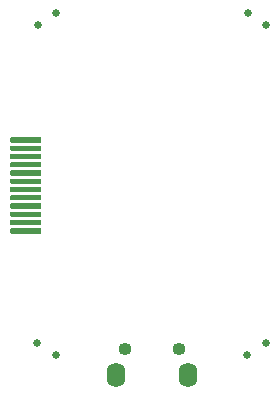
<source format=gbr>
%TF.GenerationSoftware,KiCad,Pcbnew,5.1.7+dfsg1-1~bpo10+1*%
%TF.CreationDate,Date%
%TF.ProjectId,osw-light,6f73772d-6c69-4676-9874-2e6b69636164,3.2*%
%TF.SameCoordinates,Original*%
%TF.FileFunction,Soldermask,Bot*%
%TF.FilePolarity,Negative*%
%FSLAX46Y46*%
G04 Gerber Fmt 4.6, Leading zero omitted, Abs format (unit mm)*
G04 Created by KiCad*
%MOMM*%
%LPD*%
G01*
G04 APERTURE LIST*
%ADD10O,1.100000X1.100000*%
%ADD11O,1.600000X2.100000*%
%ADD12C,0.652000*%
G04 APERTURE END LIST*
D10*
%TO.C,U5*%
X78486000Y-115570000D03*
X73914000Y-115570000D03*
D11*
X79248000Y-117792500D03*
X73152000Y-117792500D03*
%TD*%
D12*
%TO.C,SW2*%
X85888834Y-88148769D03*
X84344422Y-87145816D03*
%TD*%
%TO.C,SW1*%
X68108834Y-87111231D03*
X66564422Y-88114184D03*
%TD*%
%TO.C,SW5*%
X66511166Y-115051231D03*
X68055578Y-116054184D03*
%TD*%
%TO.C,SW4*%
X84291166Y-116088769D03*
X85835578Y-115085816D03*
%TD*%
%TO.C,U4*%
G36*
G01*
X64278000Y-101151000D02*
X66778000Y-101151000D01*
G75*
G02*
X66829000Y-101202000I0J-51000D01*
G01*
X66829000Y-101552000D01*
G75*
G02*
X66778000Y-101603000I-51000J0D01*
G01*
X64278000Y-101603000D01*
G75*
G02*
X64227000Y-101552000I0J51000D01*
G01*
X64227000Y-101202000D01*
G75*
G02*
X64278000Y-101151000I51000J0D01*
G01*
G37*
G36*
G01*
X64278000Y-100451000D02*
X66778000Y-100451000D01*
G75*
G02*
X66829000Y-100502000I0J-51000D01*
G01*
X66829000Y-100852000D01*
G75*
G02*
X66778000Y-100903000I-51000J0D01*
G01*
X64278000Y-100903000D01*
G75*
G02*
X64227000Y-100852000I0J51000D01*
G01*
X64227000Y-100502000D01*
G75*
G02*
X64278000Y-100451000I51000J0D01*
G01*
G37*
G36*
G01*
X64278000Y-99751000D02*
X66778000Y-99751000D01*
G75*
G02*
X66829000Y-99802000I0J-51000D01*
G01*
X66829000Y-100152000D01*
G75*
G02*
X66778000Y-100203000I-51000J0D01*
G01*
X64278000Y-100203000D01*
G75*
G02*
X64227000Y-100152000I0J51000D01*
G01*
X64227000Y-99802000D01*
G75*
G02*
X64278000Y-99751000I51000J0D01*
G01*
G37*
G36*
G01*
X64278000Y-99051000D02*
X66778000Y-99051000D01*
G75*
G02*
X66829000Y-99102000I0J-51000D01*
G01*
X66829000Y-99452000D01*
G75*
G02*
X66778000Y-99503000I-51000J0D01*
G01*
X64278000Y-99503000D01*
G75*
G02*
X64227000Y-99452000I0J51000D01*
G01*
X64227000Y-99102000D01*
G75*
G02*
X64278000Y-99051000I51000J0D01*
G01*
G37*
G36*
G01*
X64278000Y-98351000D02*
X66778000Y-98351000D01*
G75*
G02*
X66829000Y-98402000I0J-51000D01*
G01*
X66829000Y-98752000D01*
G75*
G02*
X66778000Y-98803000I-51000J0D01*
G01*
X64278000Y-98803000D01*
G75*
G02*
X64227000Y-98752000I0J51000D01*
G01*
X64227000Y-98402000D01*
G75*
G02*
X64278000Y-98351000I51000J0D01*
G01*
G37*
G36*
G01*
X64278000Y-97651000D02*
X66778000Y-97651000D01*
G75*
G02*
X66829000Y-97702000I0J-51000D01*
G01*
X66829000Y-98052000D01*
G75*
G02*
X66778000Y-98103000I-51000J0D01*
G01*
X64278000Y-98103000D01*
G75*
G02*
X64227000Y-98052000I0J51000D01*
G01*
X64227000Y-97702000D01*
G75*
G02*
X64278000Y-97651000I51000J0D01*
G01*
G37*
G36*
G01*
X64278000Y-101851000D02*
X66778000Y-101851000D01*
G75*
G02*
X66829000Y-101902000I0J-51000D01*
G01*
X66829000Y-102252000D01*
G75*
G02*
X66778000Y-102303000I-51000J0D01*
G01*
X64278000Y-102303000D01*
G75*
G02*
X64227000Y-102252000I0J51000D01*
G01*
X64227000Y-101902000D01*
G75*
G02*
X64278000Y-101851000I51000J0D01*
G01*
G37*
G36*
G01*
X64278000Y-102551000D02*
X66778000Y-102551000D01*
G75*
G02*
X66829000Y-102602000I0J-51000D01*
G01*
X66829000Y-102952000D01*
G75*
G02*
X66778000Y-103003000I-51000J0D01*
G01*
X64278000Y-103003000D01*
G75*
G02*
X64227000Y-102952000I0J51000D01*
G01*
X64227000Y-102602000D01*
G75*
G02*
X64278000Y-102551000I51000J0D01*
G01*
G37*
G36*
G01*
X64278000Y-103251000D02*
X66778000Y-103251000D01*
G75*
G02*
X66829000Y-103302000I0J-51000D01*
G01*
X66829000Y-103652000D01*
G75*
G02*
X66778000Y-103703000I-51000J0D01*
G01*
X64278000Y-103703000D01*
G75*
G02*
X64227000Y-103652000I0J51000D01*
G01*
X64227000Y-103302000D01*
G75*
G02*
X64278000Y-103251000I51000J0D01*
G01*
G37*
G36*
G01*
X64278000Y-103951000D02*
X66778000Y-103951000D01*
G75*
G02*
X66829000Y-104002000I0J-51000D01*
G01*
X66829000Y-104352000D01*
G75*
G02*
X66778000Y-104403000I-51000J0D01*
G01*
X64278000Y-104403000D01*
G75*
G02*
X64227000Y-104352000I0J51000D01*
G01*
X64227000Y-104002000D01*
G75*
G02*
X64278000Y-103951000I51000J0D01*
G01*
G37*
G36*
G01*
X64278000Y-104651000D02*
X66778000Y-104651000D01*
G75*
G02*
X66829000Y-104702000I0J-51000D01*
G01*
X66829000Y-105052000D01*
G75*
G02*
X66778000Y-105103000I-51000J0D01*
G01*
X64278000Y-105103000D01*
G75*
G02*
X64227000Y-105052000I0J51000D01*
G01*
X64227000Y-104702000D01*
G75*
G02*
X64278000Y-104651000I51000J0D01*
G01*
G37*
G36*
G01*
X64278000Y-105351000D02*
X66778000Y-105351000D01*
G75*
G02*
X66829000Y-105402000I0J-51000D01*
G01*
X66829000Y-105752000D01*
G75*
G02*
X66778000Y-105803000I-51000J0D01*
G01*
X64278000Y-105803000D01*
G75*
G02*
X64227000Y-105752000I0J51000D01*
G01*
X64227000Y-105402000D01*
G75*
G02*
X64278000Y-105351000I51000J0D01*
G01*
G37*
%TD*%
M02*

</source>
